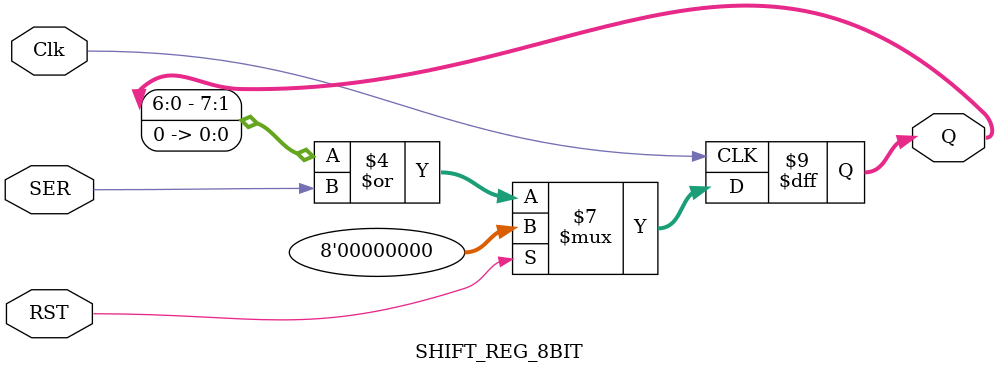
<source format=v>
`timescale 1ns / 1ps
module SHIFT_REG_8BIT(
    input Clk,
    input RST,
    input SER,
    output reg [7:0] Q
    );
	initial begin
		Q = 0;
	end
	always@(posedge Clk)
	begin
		if(RST == 1)
		begin
			Q <= 0;
		end else begin
						Q <= (Q<<1) | SER;
					end
	end

endmodule

</source>
